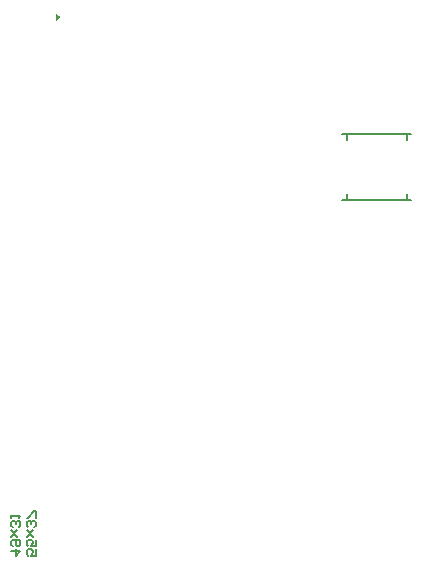
<source format=gbr>
%TF.GenerationSoftware,Altium Limited,Altium Designer,25.5.2 (35)*%
G04 Layer_Color=32896*
%FSLAX45Y45*%
%MOMM*%
%TF.SameCoordinates,04C475F5-62FD-4A33-8D44-780EF8A6E366*%
%TF.FilePolarity,Positive*%
%TF.FileFunction,Legend,Bot*%
%TF.Part,Single*%
G01*
G75*
%TA.AperFunction,NonConductor*%
%ADD25C,0.20000*%
%ADD26C,0.15000*%
G36*
X605000Y5181921D02*
X565000Y5214079D01*
Y5149764D01*
X605000Y5181921D01*
D02*
G37*
D25*
X3031000Y4144000D02*
Y4189000D01*
X2991000Y4196000D02*
X3576000D01*
X3536000Y4144000D02*
Y4189000D01*
X2991000Y3633000D02*
X3576000D01*
X3031000Y3644000D02*
Y3689000D01*
X3536000Y3644000D02*
Y3689000D01*
D26*
X396942Y678316D02*
Y625000D01*
X356955D01*
X370284Y651658D01*
Y664987D01*
X356955Y678316D01*
X330297D01*
X316968Y664987D01*
Y638329D01*
X330297Y625000D01*
X396942Y758290D02*
Y704974D01*
X356955D01*
X370284Y731632D01*
Y744961D01*
X356955Y758290D01*
X330297D01*
X316968Y744961D01*
Y718303D01*
X330297Y704974D01*
X370284Y784948D02*
X316968Y838264D01*
X343626Y811606D01*
X370284Y838264D01*
X316968Y784948D01*
X383613Y864922D02*
X396942Y878251D01*
Y904910D01*
X383613Y918238D01*
X370284D01*
X356955Y904910D01*
Y891580D01*
Y904910D01*
X343626Y918238D01*
X330297D01*
X316968Y904910D01*
Y878251D01*
X330297Y864922D01*
X396942Y944897D02*
Y998213D01*
X383613D01*
X330297Y944897D01*
X316968D01*
X185000Y664987D02*
X264974D01*
X224987Y625000D01*
Y678316D01*
X198329Y704974D02*
X185000Y718303D01*
Y744961D01*
X198329Y758290D01*
X251645D01*
X264974Y744961D01*
Y718303D01*
X251645Y704974D01*
X238316D01*
X224987Y718303D01*
Y758290D01*
X238316Y784948D02*
X185000Y838264D01*
X211658Y811606D01*
X238316Y838264D01*
X185000Y784948D01*
X251645Y864922D02*
X264974Y878251D01*
Y904910D01*
X251645Y918238D01*
X238316D01*
X224987Y904910D01*
Y891580D01*
Y904910D01*
X211658Y918238D01*
X198329D01*
X185000Y904910D01*
Y878251D01*
X198329Y864922D01*
X185000Y944897D02*
Y971555D01*
Y958226D01*
X264974D01*
X251645Y944897D01*
%TF.MD5,c651b3cb5ab88deb9415bb0b5ced6620*%
M02*

</source>
